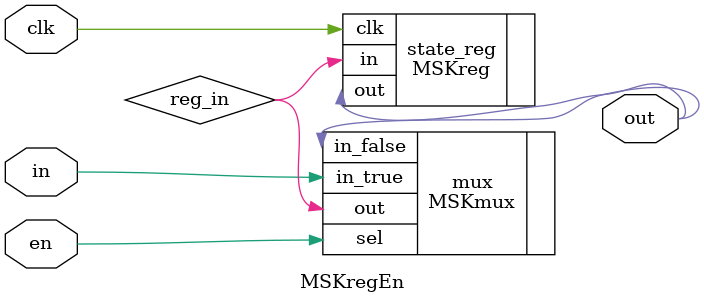
<source format=v>
`timescale 1ns / 1ps
module MSKregEn #(parameter d=1, parameter count=1) (clk, en, in, out);

(* fv_type = "clock" *)   input clk;
(* fv_type = "control" *) input en;
(* fv_type = "sharing", fv_latency = 0, fv_count=count *) input  [count*d-1:0] in;
(* fv_type = "sharing", fv_latency = 1, fv_count=count *) output [count*d-1:0] out;

wire [count*d-1:0] reg_in;

MSKmux #(.d(d), .count(count)) mux (.sel(en), .in_true(in), .in_false(out), .out(reg_in));
MSKreg #(.d(d), .count(count)) state_reg (.clk(clk), .in(reg_in), .out(out));

endmodule

</source>
